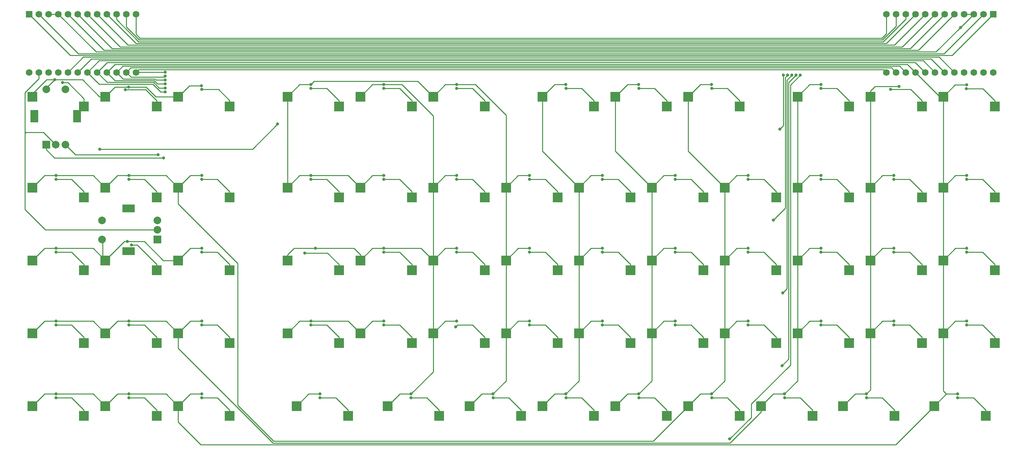
<source format=gtl>
G04 #@! TF.GenerationSoftware,KiCad,Pcbnew,(5.1.10)-1*
G04 #@! TF.CreationDate,2022-01-11T02:36:13-06:00*
G04 #@! TF.ProjectId,O'Shambles,4f275368-616d-4626-9c65-732e6b696361,rev?*
G04 #@! TF.SameCoordinates,Original*
G04 #@! TF.FileFunction,Copper,L1,Top*
G04 #@! TF.FilePolarity,Positive*
%FSLAX46Y46*%
G04 Gerber Fmt 4.6, Leading zero omitted, Abs format (unit mm)*
G04 Created by KiCad (PCBNEW (5.1.10)-1) date 2022-01-11 02:36:13*
%MOMM*%
%LPD*%
G01*
G04 APERTURE LIST*
G04 #@! TA.AperFunction,ComponentPad*
%ADD10R,2.000000X2.000000*%
G04 #@! TD*
G04 #@! TA.AperFunction,ComponentPad*
%ADD11C,2.000000*%
G04 #@! TD*
G04 #@! TA.AperFunction,WasherPad*
%ADD12R,2.000000X3.200000*%
G04 #@! TD*
G04 #@! TA.AperFunction,ComponentPad*
%ADD13R,1.752600X1.752600*%
G04 #@! TD*
G04 #@! TA.AperFunction,ComponentPad*
%ADD14C,1.752600*%
G04 #@! TD*
G04 #@! TA.AperFunction,SMDPad,CuDef*
%ADD15R,2.550000X2.500000*%
G04 #@! TD*
G04 #@! TA.AperFunction,WasherPad*
%ADD16R,3.200000X2.000000*%
G04 #@! TD*
G04 #@! TA.AperFunction,ViaPad*
%ADD17C,0.800000*%
G04 #@! TD*
G04 #@! TA.AperFunction,Conductor*
%ADD18C,0.250000*%
G04 #@! TD*
G04 APERTURE END LIST*
D10*
X27050000Y-71587500D03*
D11*
X29550000Y-71587500D03*
X32050000Y-71587500D03*
D12*
X23950000Y-64087500D03*
X35150000Y-64087500D03*
D11*
X27050000Y-57087500D03*
X32050000Y-57087500D03*
D13*
X274645000Y-37417500D03*
D14*
X272105000Y-37417500D03*
X269565000Y-37417500D03*
X267025000Y-37417500D03*
X264485000Y-37417500D03*
X261945000Y-37417500D03*
X259405000Y-37417500D03*
X256865000Y-37417500D03*
X254325000Y-37417500D03*
X251785000Y-37417500D03*
X249245000Y-37417500D03*
X246705000Y-52657500D03*
X249245000Y-52657500D03*
X251785000Y-52657500D03*
X254325000Y-52657500D03*
X256865000Y-52657500D03*
X259405000Y-52657500D03*
X261945000Y-52657500D03*
X264485000Y-52657500D03*
X267025000Y-52657500D03*
X269565000Y-52657500D03*
X272105000Y-52657500D03*
X246705000Y-37417500D03*
X274645000Y-52657500D03*
X22580000Y-52657500D03*
X50520000Y-37417500D03*
X25120000Y-52657500D03*
X27660000Y-52657500D03*
X30200000Y-52657500D03*
X32740000Y-52657500D03*
X35280000Y-52657500D03*
X37820000Y-52657500D03*
X40360000Y-52657500D03*
X42900000Y-52657500D03*
X45440000Y-52657500D03*
X47980000Y-52657500D03*
X50520000Y-52657500D03*
X47980000Y-37417500D03*
X45440000Y-37417500D03*
X42900000Y-37417500D03*
X40360000Y-37417500D03*
X37820000Y-37417500D03*
X35280000Y-37417500D03*
X32740000Y-37417500D03*
X30200000Y-37417500D03*
X27660000Y-37417500D03*
X25120000Y-37417500D03*
D13*
X22580000Y-37417500D03*
D15*
X261585000Y-59007500D03*
X275035000Y-61547500D03*
X242535000Y-59007500D03*
X255985000Y-61547500D03*
X23460000Y-101870000D03*
X36910000Y-104410000D03*
D10*
X56100000Y-96355000D03*
D11*
X56100000Y-93855000D03*
X56100000Y-91355000D03*
D16*
X48600000Y-99455000D03*
X48600000Y-88255000D03*
D11*
X41600000Y-96355000D03*
X41600000Y-91355000D03*
D15*
X23460000Y-139970000D03*
X36910000Y-142510000D03*
X272653750Y-142510000D03*
X259203750Y-139970000D03*
X248841250Y-142510000D03*
X235391250Y-139970000D03*
X227410000Y-142510000D03*
X213960000Y-139970000D03*
X208360000Y-142510000D03*
X194910000Y-139970000D03*
X189310000Y-142510000D03*
X175860000Y-139970000D03*
X170260000Y-142510000D03*
X156810000Y-139970000D03*
X151210000Y-142510000D03*
X137760000Y-139970000D03*
X129778750Y-142510000D03*
X116328750Y-139970000D03*
X105966250Y-142510000D03*
X92516250Y-139970000D03*
X75010000Y-142510000D03*
X61560000Y-139970000D03*
X55960000Y-142510000D03*
X42510000Y-139970000D03*
X261585000Y-120920000D03*
X275035000Y-123460000D03*
X242535000Y-120920000D03*
X255985000Y-123460000D03*
X223485000Y-120920000D03*
X236935000Y-123460000D03*
X204435000Y-120920000D03*
X217885000Y-123460000D03*
X185385000Y-120920000D03*
X198835000Y-123460000D03*
X166335000Y-120920000D03*
X179785000Y-123460000D03*
X147285000Y-120920000D03*
X160735000Y-123460000D03*
X128235000Y-120920000D03*
X141685000Y-123460000D03*
X109185000Y-120920000D03*
X122635000Y-123460000D03*
X90135000Y-120920000D03*
X103585000Y-123460000D03*
X61560000Y-120920000D03*
X75010000Y-123460000D03*
X42510000Y-120920000D03*
X55960000Y-123460000D03*
X23460000Y-120920000D03*
X36910000Y-123460000D03*
X261585000Y-101870000D03*
X275035000Y-104410000D03*
X242535000Y-101870000D03*
X255985000Y-104410000D03*
X223485000Y-101870000D03*
X236935000Y-104410000D03*
X204435000Y-101870000D03*
X217885000Y-104410000D03*
X185385000Y-101870000D03*
X198835000Y-104410000D03*
X166335000Y-101870000D03*
X179785000Y-104410000D03*
X147285000Y-101870000D03*
X160735000Y-104410000D03*
X128235000Y-101870000D03*
X141685000Y-104410000D03*
X109185000Y-101870000D03*
X122635000Y-104410000D03*
X90135000Y-101870000D03*
X103585000Y-104410000D03*
X61560000Y-101870000D03*
X75010000Y-104410000D03*
X42510000Y-101870000D03*
X55960000Y-104410000D03*
X261585000Y-82820000D03*
X275035000Y-85360000D03*
X242535000Y-82820000D03*
X255985000Y-85360000D03*
X223485000Y-82820000D03*
X236935000Y-85360000D03*
X204435000Y-82820000D03*
X217885000Y-85360000D03*
X185385000Y-82820000D03*
X198835000Y-85360000D03*
X166335000Y-82820000D03*
X179785000Y-85360000D03*
X147285000Y-82820000D03*
X160735000Y-85360000D03*
X128235000Y-82820000D03*
X141685000Y-85360000D03*
X109185000Y-82820000D03*
X122635000Y-85360000D03*
X90135000Y-82820000D03*
X103585000Y-85360000D03*
X61560000Y-82820000D03*
X75010000Y-85360000D03*
X42510000Y-82820000D03*
X55960000Y-85360000D03*
X23460000Y-82820000D03*
X36910000Y-85360000D03*
X223485000Y-59007500D03*
X236935000Y-61547500D03*
X194910000Y-59007500D03*
X208360000Y-61547500D03*
X175860000Y-59007500D03*
X189310000Y-61547500D03*
X156810000Y-59007500D03*
X170260000Y-61547500D03*
X128235000Y-59007500D03*
X141685000Y-61547500D03*
X109185000Y-59007500D03*
X122635000Y-61547500D03*
X90135000Y-59007500D03*
X103585000Y-61547500D03*
X61560000Y-59007500D03*
X75010000Y-61547500D03*
X42510000Y-59007500D03*
X55960000Y-61547500D03*
X23460000Y-59007500D03*
X36910000Y-61547500D03*
D17*
X41062500Y-72750000D03*
X87562500Y-66187500D03*
X47718750Y-57187500D03*
X67687116Y-57130583D03*
X218874957Y-67500000D03*
X219800000Y-53382510D03*
X96252253Y-56837253D03*
X115302253Y-56837253D03*
X217150000Y-91300000D03*
X220875000Y-53382510D03*
X134352253Y-56837253D03*
X162927253Y-56837253D03*
X181977253Y-56837253D03*
X201027253Y-56837253D03*
X229602253Y-56837253D03*
X247781260Y-57093740D03*
X267656242Y-56906250D03*
X48627253Y-80649753D03*
X67677253Y-80649753D03*
X96252253Y-80649753D03*
X115302253Y-80649753D03*
X134352253Y-80649753D03*
X153402253Y-80649753D03*
X172452253Y-80649753D03*
X191502253Y-80649753D03*
X210552253Y-80649753D03*
X229602253Y-80649753D03*
X248652253Y-80649753D03*
X267702253Y-80649753D03*
X29577253Y-99699753D03*
X67677253Y-99699753D03*
X94637340Y-99912660D03*
X115302253Y-99699753D03*
X134352253Y-99699753D03*
X153402253Y-99699753D03*
X172452253Y-99699753D03*
X191502253Y-99699753D03*
X210552253Y-99699753D03*
X229602253Y-99699753D03*
X248652253Y-99699753D03*
X267702253Y-99699753D03*
X48627253Y-118749753D03*
X67677253Y-118749753D03*
X96252253Y-118749753D03*
X115302253Y-118749753D03*
X134122383Y-119200011D03*
X153402253Y-118749753D03*
X172452253Y-118749753D03*
X191502253Y-118749753D03*
X210552253Y-118749753D03*
X229602253Y-118749753D03*
X248652253Y-118749753D03*
X267702253Y-118749753D03*
X29577253Y-137799753D03*
X48627253Y-137799753D03*
X67677253Y-137799753D03*
X98633503Y-137799753D03*
X122446003Y-137799753D03*
X143877253Y-137799753D03*
X162927253Y-137799753D03*
X181977253Y-137799753D03*
X201027253Y-137799753D03*
X220077253Y-137799753D03*
X241508503Y-137799753D03*
X265321003Y-137799753D03*
X115274998Y-55837500D03*
X115274998Y-98700000D03*
X122418748Y-136800000D03*
X134324998Y-79650000D03*
X134324998Y-98700000D03*
X134324998Y-117750000D03*
X97400004Y-98700000D03*
X58125000Y-53625000D03*
X96224998Y-55837500D03*
X134324998Y-55837500D03*
X143849998Y-136800000D03*
X153374998Y-79650000D03*
X153374998Y-98700000D03*
X153374998Y-117750000D03*
X96224998Y-79650000D03*
X115274998Y-79650000D03*
X58125004Y-52593750D03*
X96224998Y-117750000D03*
X98606248Y-136800000D03*
X115274998Y-117750000D03*
X162899998Y-136800000D03*
X162899998Y-55837500D03*
X172424998Y-79650000D03*
X172424998Y-98700000D03*
X172424998Y-117750000D03*
X58125000Y-54656250D03*
X181949998Y-55837500D03*
X191474998Y-79650000D03*
X191474998Y-98700000D03*
X191474998Y-117750000D03*
X181949998Y-136800000D03*
X67676409Y-98673589D03*
X29576409Y-98673589D03*
X58125000Y-57750000D03*
X200999998Y-55837500D03*
X210524998Y-79650000D03*
X210524998Y-98700000D03*
X210524998Y-117750000D03*
X200999998Y-136800000D03*
X48626409Y-79623589D03*
X67676409Y-79623589D03*
X229574998Y-55837500D03*
X229574998Y-79650000D03*
X229574998Y-98700000D03*
X229574998Y-117750000D03*
X220049998Y-136800000D03*
X67676409Y-117723589D03*
X48626409Y-117723589D03*
X29576409Y-117723589D03*
X58125000Y-56718750D03*
X248624998Y-79650000D03*
X248624998Y-98700000D03*
X248624998Y-117750000D03*
X241481248Y-136800000D03*
X67649998Y-56131260D03*
X48593042Y-56473514D03*
X250031250Y-56343750D03*
X267674998Y-79650000D03*
X267674998Y-98700000D03*
X267674998Y-117750000D03*
X265293748Y-136800000D03*
X67676409Y-136773589D03*
X48626409Y-136773589D03*
X29576409Y-136773589D03*
X267663967Y-55906267D03*
X58125000Y-55687496D03*
X29577253Y-118749753D03*
X219600000Y-110350000D03*
X222019734Y-53382510D03*
X219400000Y-129399982D03*
X223102551Y-53382510D03*
X205750000Y-148550000D03*
X224184678Y-53382510D03*
X266085000Y-40897500D03*
X29577253Y-80649753D03*
X48206574Y-96920098D03*
X29576409Y-79623589D03*
X29250000Y-54562500D03*
X57749992Y-75000000D03*
X56290001Y-74209999D03*
X49350000Y-97800000D03*
X31312500Y-55312500D03*
D18*
X81000000Y-72750000D02*
X87562500Y-66187500D01*
X41062500Y-72750000D02*
X81000000Y-72750000D01*
X40360000Y-37417500D02*
X48448674Y-45506174D01*
X48448674Y-45506174D02*
X248776326Y-45506174D01*
X248776326Y-45506174D02*
X256865000Y-37417500D01*
X47729774Y-57198524D02*
X47718750Y-57187500D01*
X55960000Y-61547500D02*
X55960000Y-60047500D01*
X53111024Y-57198524D02*
X47729774Y-57198524D01*
X55960000Y-60047500D02*
X53111024Y-57198524D01*
X72093083Y-57130583D02*
X67687116Y-57130583D01*
X75010000Y-60047500D02*
X72093083Y-57130583D01*
X75010000Y-61547500D02*
X75010000Y-60047500D01*
X218874957Y-67500000D02*
X219800000Y-66574957D01*
X219800000Y-66574957D02*
X219800000Y-53382510D01*
X103585000Y-61547500D02*
X103585000Y-60047500D01*
X100374753Y-56837253D02*
X96252253Y-56837253D01*
X103585000Y-60047500D02*
X100374753Y-56837253D01*
X122635000Y-61547500D02*
X122635000Y-60047500D01*
X119424753Y-56837253D02*
X115302253Y-56837253D01*
X122635000Y-60047500D02*
X119424753Y-56837253D01*
X50538663Y-45056163D02*
X42900000Y-37417500D01*
X254325000Y-37417500D02*
X246686337Y-45056163D01*
X246686337Y-45056163D02*
X50538663Y-45056163D01*
X220250011Y-54007499D02*
X220875000Y-53382510D01*
X217150000Y-91300000D02*
X220250011Y-88199989D01*
X220250011Y-88199989D02*
X220250011Y-54007499D01*
X141685000Y-61547500D02*
X141685000Y-60047500D01*
X138474753Y-56837253D02*
X134352253Y-56837253D01*
X141685000Y-60047500D02*
X138474753Y-56837253D01*
X170260000Y-61547500D02*
X170260000Y-60047500D01*
X167049753Y-56837253D02*
X162927253Y-56837253D01*
X170260000Y-60047500D02*
X167049753Y-56837253D01*
X189310000Y-61547500D02*
X189310000Y-60047500D01*
X186099753Y-56837253D02*
X181977253Y-56837253D01*
X189310000Y-60047500D02*
X186099753Y-56837253D01*
X208360000Y-61547500D02*
X208360000Y-60047500D01*
X205149753Y-56837253D02*
X201027253Y-56837253D01*
X208360000Y-60047500D02*
X205149753Y-56837253D01*
X236935000Y-61547500D02*
X236935000Y-60047500D01*
X233724753Y-56837253D02*
X229602253Y-56837253D01*
X236935000Y-60047500D02*
X233724753Y-56837253D01*
X255985000Y-60047500D02*
X253031240Y-57093740D01*
X253031240Y-57093740D02*
X247781260Y-57093740D01*
X255985000Y-61547500D02*
X255985000Y-60047500D01*
X275035000Y-61547500D02*
X275035000Y-60047500D01*
X275035000Y-60047500D02*
X271893750Y-56906250D01*
X271893750Y-56906250D02*
X267656242Y-56906250D01*
X55960000Y-85360000D02*
X55960000Y-83860000D01*
X52749753Y-80649753D02*
X48627253Y-80649753D01*
X55960000Y-83860000D02*
X52749753Y-80649753D01*
X75010000Y-85360000D02*
X75010000Y-83860000D01*
X71799753Y-80649753D02*
X67677253Y-80649753D01*
X75010000Y-83860000D02*
X71799753Y-80649753D01*
X103585000Y-85360000D02*
X103585000Y-83860000D01*
X100374753Y-80649753D02*
X96252253Y-80649753D01*
X103585000Y-83860000D02*
X100374753Y-80649753D01*
X119424753Y-80649753D02*
X115302253Y-80649753D01*
X122635000Y-83860000D02*
X119424753Y-80649753D01*
X122635000Y-85360000D02*
X122635000Y-83860000D01*
X141685000Y-85360000D02*
X141685000Y-83860000D01*
X138474753Y-80649753D02*
X134352253Y-80649753D01*
X141685000Y-83860000D02*
X138474753Y-80649753D01*
X160735000Y-85360000D02*
X160735000Y-83860000D01*
X157524753Y-80649753D02*
X153402253Y-80649753D01*
X160735000Y-83860000D02*
X157524753Y-80649753D01*
X179785000Y-85360000D02*
X179785000Y-83860000D01*
X176574753Y-80649753D02*
X172452253Y-80649753D01*
X179785000Y-83860000D02*
X176574753Y-80649753D01*
X198835000Y-85360000D02*
X198835000Y-83860000D01*
X195624753Y-80649753D02*
X191502253Y-80649753D01*
X198835000Y-83860000D02*
X195624753Y-80649753D01*
X217885000Y-85360000D02*
X217885000Y-83860000D01*
X214674753Y-80649753D02*
X210552253Y-80649753D01*
X217885000Y-83860000D02*
X214674753Y-80649753D01*
X236935000Y-85360000D02*
X236935000Y-83860000D01*
X233724753Y-80649753D02*
X229602253Y-80649753D01*
X236935000Y-83860000D02*
X233724753Y-80649753D01*
X255985000Y-85360000D02*
X255985000Y-83860000D01*
X252774753Y-80649753D02*
X248652253Y-80649753D01*
X255985000Y-83860000D02*
X252774753Y-80649753D01*
X275035000Y-85360000D02*
X275035000Y-83860000D01*
X271824753Y-80649753D02*
X267702253Y-80649753D01*
X275035000Y-83860000D02*
X271824753Y-80649753D01*
X36910000Y-104410000D02*
X36910000Y-102910000D01*
X33699753Y-99699753D02*
X29577253Y-99699753D01*
X36910000Y-102910000D02*
X33699753Y-99699753D01*
X75010000Y-104410000D02*
X75010000Y-102910000D01*
X71799753Y-99699753D02*
X67677253Y-99699753D01*
X75010000Y-102910000D02*
X71799753Y-99699753D01*
X103585000Y-102910000D02*
X100587660Y-99912660D01*
X103585000Y-104410000D02*
X103585000Y-102910000D01*
X100587660Y-99912660D02*
X94637340Y-99912660D01*
X122635000Y-104410000D02*
X122635000Y-102910000D01*
X119424753Y-99699753D02*
X115302253Y-99699753D01*
X122635000Y-102910000D02*
X119424753Y-99699753D01*
X141685000Y-104410000D02*
X141685000Y-102910000D01*
X138474753Y-99699753D02*
X134352253Y-99699753D01*
X141685000Y-102910000D02*
X138474753Y-99699753D01*
X160735000Y-104410000D02*
X160735000Y-102910000D01*
X157524753Y-99699753D02*
X153402253Y-99699753D01*
X160735000Y-102910000D02*
X157524753Y-99699753D01*
X179785000Y-104410000D02*
X179785000Y-102910000D01*
X176574753Y-99699753D02*
X172452253Y-99699753D01*
X179785000Y-102910000D02*
X176574753Y-99699753D01*
X198835000Y-104410000D02*
X198835000Y-102910000D01*
X195624753Y-99699753D02*
X191502253Y-99699753D01*
X198835000Y-102910000D02*
X195624753Y-99699753D01*
X217885000Y-104410000D02*
X217885000Y-102910000D01*
X214674753Y-99699753D02*
X210552253Y-99699753D01*
X217885000Y-102910000D02*
X214674753Y-99699753D01*
X236935000Y-104410000D02*
X236935000Y-102910000D01*
X233724753Y-99699753D02*
X229602253Y-99699753D01*
X236935000Y-102910000D02*
X233724753Y-99699753D01*
X255985000Y-104410000D02*
X255985000Y-102910000D01*
X252774753Y-99699753D02*
X248652253Y-99699753D01*
X255985000Y-102910000D02*
X252774753Y-99699753D01*
X275035000Y-104410000D02*
X275035000Y-102910000D01*
X271824753Y-99699753D02*
X267702253Y-99699753D01*
X275035000Y-102910000D02*
X271824753Y-99699753D01*
X55960000Y-123460000D02*
X55960000Y-121960000D01*
X52749753Y-118749753D02*
X48627253Y-118749753D01*
X55960000Y-121960000D02*
X52749753Y-118749753D01*
X75010000Y-123460000D02*
X75010000Y-121960000D01*
X71799753Y-118749753D02*
X67677253Y-118749753D01*
X75010000Y-121960000D02*
X71799753Y-118749753D01*
X103585000Y-123460000D02*
X103585000Y-121960000D01*
X100374753Y-118749753D02*
X96252253Y-118749753D01*
X103585000Y-121960000D02*
X100374753Y-118749753D01*
X122635000Y-123460000D02*
X122635000Y-121960000D01*
X119424753Y-118749753D02*
X115302253Y-118749753D01*
X122635000Y-121960000D02*
X119424753Y-118749753D01*
X138474753Y-118749753D02*
X134572641Y-118749753D01*
X134572641Y-118749753D02*
X134122383Y-119200011D01*
X141685000Y-123460000D02*
X141685000Y-121960000D01*
X141685000Y-121960000D02*
X138474753Y-118749753D01*
X160735000Y-123460000D02*
X160735000Y-121960000D01*
X157524753Y-118749753D02*
X153402253Y-118749753D01*
X160735000Y-121960000D02*
X157524753Y-118749753D01*
X179785000Y-123460000D02*
X179785000Y-121960000D01*
X176574753Y-118749753D02*
X172452253Y-118749753D01*
X179785000Y-121960000D02*
X176574753Y-118749753D01*
X198835000Y-123460000D02*
X198835000Y-121960000D01*
X195624753Y-118749753D02*
X191502253Y-118749753D01*
X198835000Y-121960000D02*
X195624753Y-118749753D01*
X217885000Y-123460000D02*
X217885000Y-121960000D01*
X214674753Y-118749753D02*
X210552253Y-118749753D01*
X217885000Y-121960000D02*
X214674753Y-118749753D01*
X236935000Y-123460000D02*
X236935000Y-121960000D01*
X233724753Y-118749753D02*
X229602253Y-118749753D01*
X236935000Y-121960000D02*
X233724753Y-118749753D01*
X255985000Y-123460000D02*
X255985000Y-121960000D01*
X252774753Y-118749753D02*
X248652253Y-118749753D01*
X255985000Y-121960000D02*
X252774753Y-118749753D01*
X275035000Y-123460000D02*
X275035000Y-121960000D01*
X271824753Y-118749753D02*
X267702253Y-118749753D01*
X275035000Y-121960000D02*
X271824753Y-118749753D01*
X36910000Y-142510000D02*
X36910000Y-141010000D01*
X33699753Y-137799753D02*
X29577253Y-137799753D01*
X36910000Y-141010000D02*
X33699753Y-137799753D01*
X55960000Y-142510000D02*
X55960000Y-141010000D01*
X52749753Y-137799753D02*
X48627253Y-137799753D01*
X55960000Y-141010000D02*
X52749753Y-137799753D01*
X75010000Y-142510000D02*
X75010000Y-141010000D01*
X71799753Y-137799753D02*
X67677253Y-137799753D01*
X75010000Y-141010000D02*
X71799753Y-137799753D01*
X105966250Y-142510000D02*
X105966250Y-141010000D01*
X102756003Y-137799753D02*
X98633503Y-137799753D01*
X105966250Y-141010000D02*
X102756003Y-137799753D01*
X129778750Y-142510000D02*
X129778750Y-141010000D01*
X126568503Y-137799753D02*
X122446003Y-137799753D01*
X129778750Y-141010000D02*
X126568503Y-137799753D01*
X151210000Y-142510000D02*
X151210000Y-141010000D01*
X147999753Y-137799753D02*
X143877253Y-137799753D01*
X151210000Y-141010000D02*
X147999753Y-137799753D01*
X170260000Y-142510000D02*
X170260000Y-141010000D01*
X167049753Y-137799753D02*
X162927253Y-137799753D01*
X170260000Y-141010000D02*
X167049753Y-137799753D01*
X189310000Y-142510000D02*
X189310000Y-141010000D01*
X186099753Y-137799753D02*
X181977253Y-137799753D01*
X189310000Y-141010000D02*
X186099753Y-137799753D01*
X208360000Y-142510000D02*
X208360000Y-141010000D01*
X205149753Y-137799753D02*
X201027253Y-137799753D01*
X208360000Y-141010000D02*
X205149753Y-137799753D01*
X227410000Y-142510000D02*
X227410000Y-141010000D01*
X224199753Y-137799753D02*
X220077253Y-137799753D01*
X227410000Y-141010000D02*
X224199753Y-137799753D01*
X248841250Y-142510000D02*
X248841250Y-141010000D01*
X245631003Y-137799753D02*
X241508503Y-137799753D01*
X248841250Y-141010000D02*
X245631003Y-137799753D01*
X272653750Y-142510000D02*
X272653750Y-141010000D01*
X269443503Y-137799753D02*
X265321003Y-137799753D01*
X272653750Y-141010000D02*
X269443503Y-137799753D01*
X112355000Y-55837500D02*
X115274998Y-55837500D01*
X112355000Y-98700000D02*
X115274998Y-98700000D01*
X119498750Y-136800000D02*
X122418748Y-136800000D01*
X109185000Y-59007500D02*
X112355000Y-55837500D01*
X109185000Y-101870000D02*
X112355000Y-98700000D01*
X116328750Y-139970000D02*
X119498750Y-136800000D01*
X122140998Y-136800000D02*
X122418748Y-136800000D01*
X131405000Y-79650000D02*
X134324998Y-79650000D01*
X131405000Y-98700000D02*
X134324998Y-98700000D01*
X131405000Y-117750000D02*
X134324998Y-117750000D01*
X128235000Y-82820000D02*
X131405000Y-79650000D01*
X128235000Y-101870000D02*
X131405000Y-98700000D01*
X128235000Y-120920000D02*
X131405000Y-117750000D01*
X125065000Y-98700000D02*
X128235000Y-101870000D01*
X115274998Y-98700000D02*
X125065000Y-98700000D01*
X128235000Y-120283590D02*
X128048600Y-120469990D01*
X128235000Y-101870000D02*
X128235000Y-120283590D01*
X128235000Y-101870000D02*
X128235000Y-82820000D01*
X120035002Y-55837500D02*
X115274998Y-55837500D01*
X128235000Y-82820000D02*
X128235000Y-64037498D01*
X128235000Y-64037498D02*
X120035002Y-55837500D01*
X128235000Y-130983748D02*
X122418748Y-136800000D01*
X128235000Y-120920000D02*
X128235000Y-130983748D01*
X109185000Y-101870000D02*
X109185000Y-100370000D01*
X91805000Y-98700000D02*
X97400004Y-98700000D01*
X90135000Y-100370000D02*
X91805000Y-98700000D01*
X90135000Y-101870000D02*
X90135000Y-100370000D01*
X107515000Y-98700000D02*
X97400004Y-98700000D01*
X109185000Y-100370000D02*
X107515000Y-98700000D01*
X248043699Y-51456199D02*
X249245000Y-52657500D01*
X49181301Y-51456199D02*
X248043699Y-51456199D01*
X47980000Y-52657500D02*
X49181301Y-51456199D01*
X49228750Y-53906250D02*
X47980000Y-52657500D01*
X57843750Y-53906250D02*
X49228750Y-53906250D01*
X58125000Y-53625000D02*
X57843750Y-53906250D01*
X93305000Y-55837500D02*
X96224998Y-55837500D01*
X90135000Y-59007500D02*
X93305000Y-55837500D01*
X131405000Y-55837500D02*
X134324998Y-55837500D01*
X140930000Y-136800000D02*
X143849998Y-136800000D01*
X128235000Y-59007500D02*
X131405000Y-55837500D01*
X137760000Y-139970000D02*
X140930000Y-136800000D01*
X90135000Y-82820000D02*
X90135000Y-59007500D01*
X96224998Y-55837500D02*
X97100000Y-54962498D01*
X124189998Y-54962498D02*
X128235000Y-59007500D01*
X97100000Y-54962498D02*
X124189998Y-54962498D01*
X147285000Y-82183590D02*
X147098600Y-82369990D01*
X147285000Y-63885000D02*
X147285000Y-82183590D01*
X139237500Y-55837500D02*
X147285000Y-63885000D01*
X134324998Y-55837500D02*
X139237500Y-55837500D01*
X150455000Y-79650000D02*
X153374998Y-79650000D01*
X150455000Y-98700000D02*
X153374998Y-98700000D01*
X150455000Y-117750000D02*
X153374998Y-117750000D01*
X147285000Y-82820000D02*
X150455000Y-79650000D01*
X147285000Y-101870000D02*
X150455000Y-98700000D01*
X147285000Y-120920000D02*
X150455000Y-117750000D01*
X147285000Y-82820000D02*
X147285000Y-101870000D01*
X147285000Y-101870000D02*
X147285000Y-120920000D01*
X147285000Y-133364998D02*
X143849998Y-136800000D01*
X147285000Y-120920000D02*
X147285000Y-133364998D01*
X96224998Y-79650000D02*
X106015000Y-79650000D01*
X90135000Y-82820000D02*
X93305000Y-79650000D01*
X109185000Y-82820000D02*
X112355000Y-79650000D01*
X93305000Y-79650000D02*
X96224998Y-79650000D01*
X106015000Y-79650000D02*
X109185000Y-82820000D01*
X112355000Y-79650000D02*
X115274998Y-79650000D01*
X245953709Y-51906209D02*
X246705000Y-52657500D01*
X51271291Y-51906209D02*
X245953709Y-51906209D01*
X50520000Y-52657500D02*
X51271291Y-51906209D01*
X50583750Y-52593750D02*
X50520000Y-52657500D01*
X58125004Y-52593750D02*
X50583750Y-52593750D01*
X93305000Y-117750000D02*
X96224998Y-117750000D01*
X95686250Y-136800000D02*
X98606248Y-136800000D01*
X90135000Y-120920000D02*
X93305000Y-117750000D01*
X92516250Y-139970000D02*
X95686250Y-136800000D01*
X112355000Y-117750000D02*
X115274998Y-117750000D01*
X109185000Y-120920000D02*
X112355000Y-117750000D01*
X159980000Y-136800000D02*
X162899998Y-136800000D01*
X156810000Y-139970000D02*
X159980000Y-136800000D01*
X159980000Y-55837500D02*
X162899998Y-55837500D01*
X169505000Y-79650000D02*
X172424998Y-79650000D01*
X169505000Y-98700000D02*
X172424998Y-98700000D01*
X169505000Y-117750000D02*
X172424998Y-117750000D01*
X156810000Y-59007500D02*
X159980000Y-55837500D01*
X166335000Y-82820000D02*
X169505000Y-79650000D01*
X166335000Y-101870000D02*
X169505000Y-98700000D01*
X166335000Y-120920000D02*
X169505000Y-117750000D01*
X166335000Y-120920000D02*
X166335000Y-82820000D01*
X156810000Y-73295000D02*
X166335000Y-82820000D01*
X156810000Y-59007500D02*
X156810000Y-73295000D01*
X166335000Y-133364998D02*
X162899998Y-136800000D01*
X166335000Y-120920000D02*
X166335000Y-133364998D01*
X106015000Y-117750000D02*
X109185000Y-120920000D01*
X96224998Y-117750000D02*
X106015000Y-117750000D01*
X47091312Y-51006188D02*
X45440000Y-52657500D01*
X250133688Y-51006188D02*
X47091312Y-51006188D01*
X251785000Y-52657500D02*
X250133688Y-51006188D01*
X47138761Y-54356261D02*
X45440000Y-52657500D01*
X55481261Y-54356261D02*
X47138761Y-54356261D01*
X55781250Y-54656250D02*
X55481261Y-54356261D01*
X58125000Y-54656250D02*
X55781250Y-54656250D01*
X179030000Y-55837500D02*
X181949998Y-55837500D01*
X188555000Y-79650000D02*
X191474998Y-79650000D01*
X188555000Y-98700000D02*
X191474998Y-98700000D01*
X188555000Y-117750000D02*
X191474998Y-117750000D01*
X179030000Y-136800000D02*
X181949998Y-136800000D01*
X175860000Y-59007500D02*
X179030000Y-55837500D01*
X185385000Y-82820000D02*
X188555000Y-79650000D01*
X185385000Y-101870000D02*
X188555000Y-98700000D01*
X185385000Y-120920000D02*
X188555000Y-117750000D01*
X175860000Y-139970000D02*
X179030000Y-136800000D01*
X185385000Y-133364998D02*
X181949998Y-136800000D01*
X185385000Y-82820000D02*
X185385000Y-133364998D01*
X61560000Y-101870000D02*
X64756411Y-98673589D01*
X64756411Y-98673589D02*
X67676409Y-98673589D01*
X23460000Y-101870000D02*
X26656411Y-98673589D01*
X26656411Y-98673589D02*
X29576409Y-98673589D01*
X39313589Y-98673589D02*
X42510000Y-101870000D01*
X29576409Y-98673589D02*
X39313589Y-98673589D01*
X175860000Y-72584979D02*
X175860000Y-59007500D01*
X175860000Y-73295000D02*
X175860000Y-72584979D01*
X185385000Y-82820000D02*
X175860000Y-73295000D01*
X259405000Y-52657500D02*
X256341250Y-49593750D01*
X40883750Y-49593750D02*
X37820000Y-52657500D01*
X256341250Y-49593750D02*
X40883750Y-49593750D01*
X37820000Y-52657500D02*
X40868794Y-55706294D01*
X40868794Y-55706294D02*
X54902223Y-55706294D01*
X54902223Y-55706294D02*
X56945929Y-57750000D01*
X56945929Y-57750000D02*
X58125000Y-57750000D01*
X198080000Y-55837500D02*
X200999998Y-55837500D01*
X207605000Y-79650000D02*
X210524998Y-79650000D01*
X207605000Y-98700000D02*
X210524998Y-98700000D01*
X207605000Y-117750000D02*
X210524998Y-117750000D01*
X198080000Y-136800000D02*
X200999998Y-136800000D01*
X194910000Y-59007500D02*
X198080000Y-55837500D01*
X204435000Y-82820000D02*
X207605000Y-79650000D01*
X204435000Y-101870000D02*
X207605000Y-98700000D01*
X204435000Y-120920000D02*
X207605000Y-117750000D01*
X194910000Y-139970000D02*
X198080000Y-136800000D01*
X204435000Y-133364998D02*
X200999998Y-136800000D01*
X204435000Y-82820000D02*
X204435000Y-133364998D01*
X45706411Y-79623589D02*
X48626409Y-79623589D01*
X42510000Y-82820000D02*
X45706411Y-79623589D01*
X61560000Y-82820000D02*
X64756411Y-79623589D01*
X64756411Y-79623589D02*
X67676409Y-79623589D01*
X58363589Y-79623589D02*
X61560000Y-82820000D01*
X48626409Y-79623589D02*
X58363589Y-79623589D01*
X194910000Y-72970909D02*
X194910000Y-59007500D01*
X194910000Y-73295000D02*
X194910000Y-72970909D01*
X204435000Y-82820000D02*
X194910000Y-73295000D01*
X35280000Y-52657500D02*
X38812500Y-49125000D01*
X258412500Y-49125000D02*
X261945000Y-52657500D01*
X38812500Y-49125000D02*
X258412500Y-49125000D01*
X226655000Y-55837500D02*
X229574998Y-55837500D01*
X226655000Y-79650000D02*
X229574998Y-79650000D01*
X226655000Y-98700000D02*
X229574998Y-98700000D01*
X226655000Y-117750000D02*
X229574998Y-117750000D01*
X217130000Y-136800000D02*
X220049998Y-136800000D01*
X223485000Y-59007500D02*
X226655000Y-55837500D01*
X223485000Y-82820000D02*
X226655000Y-79650000D01*
X223485000Y-101870000D02*
X226655000Y-98700000D01*
X223485000Y-120920000D02*
X226655000Y-117750000D01*
X213960000Y-139970000D02*
X217130000Y-136800000D01*
X223485000Y-133364998D02*
X220049998Y-136800000D01*
X223485000Y-120920000D02*
X223485000Y-133364998D01*
X61560000Y-120920000D02*
X64756411Y-117723589D01*
X64756411Y-117723589D02*
X67676409Y-117723589D01*
X42510000Y-120920000D02*
X45706411Y-117723589D01*
X45706411Y-117723589D02*
X48626409Y-117723589D01*
X23460000Y-120920000D02*
X26656411Y-117723589D01*
X26656411Y-117723589D02*
X29576409Y-117723589D01*
X39313589Y-117723589D02*
X42510000Y-120920000D01*
X29576409Y-117723589D02*
X39313589Y-117723589D01*
X58363589Y-117723589D02*
X61560000Y-120920000D01*
X48626409Y-117723589D02*
X58363589Y-117723589D01*
X223485000Y-75389990D02*
X223500000Y-75374990D01*
X223485000Y-75359990D02*
X223500000Y-75374990D01*
X223485000Y-59007500D02*
X223485000Y-75359990D01*
X223485000Y-120920000D02*
X223485000Y-75389990D01*
X40360000Y-52657500D02*
X42955000Y-50062500D01*
X254270000Y-50062500D02*
X256865000Y-52657500D01*
X42955000Y-50062500D02*
X254270000Y-50062500D01*
X40360000Y-52657500D02*
X42958783Y-55256283D01*
X42958783Y-55256283D02*
X55088623Y-55256283D01*
X56551090Y-56718750D02*
X58125000Y-56718750D01*
X55088623Y-55256283D02*
X56551090Y-56718750D01*
X245705000Y-79650000D02*
X248624998Y-79650000D01*
X245705000Y-98700000D02*
X248624998Y-98700000D01*
X245705000Y-117750000D02*
X248624998Y-117750000D01*
X238561250Y-136800000D02*
X241481248Y-136800000D01*
X242535000Y-82820000D02*
X245705000Y-79650000D01*
X242535000Y-101870000D02*
X245705000Y-98700000D01*
X242535000Y-120920000D02*
X245705000Y-117750000D01*
X235391250Y-139970000D02*
X238561250Y-136800000D01*
X242535000Y-120920000D02*
X242535000Y-82820000D01*
X242535000Y-135746248D02*
X241481248Y-136800000D01*
X242535000Y-120920000D02*
X242535000Y-135746248D01*
X242535000Y-59007500D02*
X242535000Y-74735000D01*
X242535000Y-82820000D02*
X242535000Y-74735000D01*
X264485000Y-52657500D02*
X260483750Y-48656250D01*
X36741250Y-48656250D02*
X32740000Y-52657500D01*
X260483750Y-48656250D02*
X36741250Y-48656250D01*
X61560000Y-59007500D02*
X61585000Y-59007500D01*
X64461240Y-56131260D02*
X67649998Y-56131260D01*
X61585000Y-59007500D02*
X64461240Y-56131260D01*
X42510000Y-59007500D02*
X45055002Y-56462498D01*
X55726250Y-59007500D02*
X53192264Y-56473514D01*
X61560000Y-59007500D02*
X55726250Y-59007500D01*
X45055002Y-56462498D02*
X48582026Y-56462498D01*
X53192264Y-56473514D02*
X48593042Y-56473514D01*
X48582026Y-56462498D02*
X48593042Y-56473514D01*
X243698750Y-56343750D02*
X250031250Y-56343750D01*
X242535000Y-59007500D02*
X242535000Y-57507500D01*
X242535000Y-57507500D02*
X243698750Y-56343750D01*
X264755000Y-79650000D02*
X267674998Y-79650000D01*
X264755000Y-98700000D02*
X267674998Y-98700000D01*
X264755000Y-117750000D02*
X267674998Y-117750000D01*
X262373750Y-136800000D02*
X265293748Y-136800000D01*
X261585000Y-82820000D02*
X264755000Y-79650000D01*
X261585000Y-101870000D02*
X264755000Y-98700000D01*
X261585000Y-120920000D02*
X264755000Y-117750000D01*
X259203750Y-139970000D02*
X262373750Y-136800000D01*
X261585000Y-82820000D02*
X261585000Y-120920000D01*
X64756411Y-136773589D02*
X67676409Y-136773589D01*
X61560000Y-139970000D02*
X64756411Y-136773589D01*
X42510000Y-139970000D02*
X45706411Y-136773589D01*
X45706411Y-136773589D02*
X48626409Y-136773589D01*
X23460000Y-139970000D02*
X26656411Y-136773589D01*
X26656411Y-136773589D02*
X29576409Y-136773589D01*
X39313589Y-136773589D02*
X42510000Y-139970000D01*
X29576409Y-136773589D02*
X39313589Y-136773589D01*
X58363589Y-136773589D02*
X61560000Y-139970000D01*
X48626409Y-136773589D02*
X58363589Y-136773589D01*
X261585000Y-59007500D02*
X261585000Y-77215000D01*
X261585000Y-76815000D02*
X261585000Y-77215000D01*
X261585000Y-82820000D02*
X261585000Y-76815000D01*
X45001323Y-50556177D02*
X42900000Y-52657500D01*
X252223677Y-50556177D02*
X45001323Y-50556177D01*
X254325000Y-52657500D02*
X252223677Y-50556177D01*
X260675000Y-59007500D02*
X254325000Y-52657500D01*
X261585000Y-59007500D02*
X260675000Y-59007500D01*
X261585000Y-59007500D02*
X264686233Y-55906267D01*
X264686233Y-55906267D02*
X267663967Y-55906267D01*
X56156246Y-55687496D02*
X58125000Y-55687496D01*
X55275022Y-54806272D02*
X56156246Y-55687496D01*
X45048772Y-54806272D02*
X55275022Y-54806272D01*
X42900000Y-52657500D02*
X45048772Y-54806272D01*
X36910000Y-123460000D02*
X36910000Y-121960000D01*
X33699753Y-118749753D02*
X29577253Y-118749753D01*
X36910000Y-121960000D02*
X33699753Y-118749753D01*
X219600000Y-110350000D02*
X220700022Y-109249978D01*
X220700022Y-109249978D02*
X220700022Y-54702222D01*
X220700022Y-54702222D02*
X222019734Y-53382510D01*
X221150033Y-127649949D02*
X221150033Y-55335028D01*
X219400000Y-129399982D02*
X221150033Y-127649949D01*
X221150033Y-55335028D02*
X223102551Y-53382510D01*
X221600044Y-55967144D02*
X224184678Y-53382510D01*
X221600044Y-129219954D02*
X221600044Y-55967144D01*
X211400000Y-139419998D02*
X221600044Y-129219954D01*
X211400000Y-142900000D02*
X211400000Y-139419998D01*
X205750000Y-148550000D02*
X211400000Y-142900000D01*
X25120000Y-54286250D02*
X25031250Y-54375000D01*
X25120000Y-52657500D02*
X25120000Y-54286250D01*
X25125000Y-54281250D02*
X25031250Y-54375000D01*
X266085000Y-40897500D02*
X269565000Y-37417500D01*
X50520000Y-42645000D02*
X50520000Y-37417500D01*
X51581130Y-43706130D02*
X50520000Y-42645000D01*
X246705000Y-37417500D02*
X246705000Y-42513750D01*
X246705000Y-42513750D02*
X245512620Y-43706130D01*
X245512620Y-43706130D02*
X51581130Y-43706130D01*
X37820000Y-37417500D02*
X46358685Y-45956185D01*
X46358685Y-45956185D02*
X250866315Y-45956185D01*
X250866315Y-45956185D02*
X259405000Y-37417500D01*
X252956304Y-46406196D02*
X261945000Y-37417500D01*
X44268696Y-46406196D02*
X252956304Y-46406196D01*
X35280000Y-37417500D02*
X44268696Y-46406196D01*
X33699753Y-80649753D02*
X29577253Y-80649753D01*
X36910000Y-83860000D02*
X33699753Y-80649753D01*
X36910000Y-85360000D02*
X36910000Y-83860000D01*
X41850000Y-101210000D02*
X42510000Y-101870000D01*
X41850000Y-96603125D02*
X41850000Y-101210000D01*
X41600000Y-96353125D02*
X41850000Y-96603125D01*
X42510000Y-101870000D02*
X47459902Y-96920098D01*
X61560000Y-101870000D02*
X57670000Y-101870000D01*
X52720098Y-96920098D02*
X48206574Y-96920098D01*
X57670000Y-101870000D02*
X52720098Y-96920098D01*
X47459902Y-96920098D02*
X48206574Y-96920098D01*
X26656411Y-79623589D02*
X29576409Y-79623589D01*
X29576409Y-79623589D02*
X39313589Y-79623589D01*
X23460000Y-82820000D02*
X26656411Y-79623589D01*
X39313589Y-79623589D02*
X42510000Y-82820000D01*
X77100000Y-139713590D02*
X77100000Y-102600000D01*
X185730022Y-149149978D02*
X86536388Y-149149978D01*
X61560000Y-87060000D02*
X61560000Y-82820000D01*
X194910000Y-139970000D02*
X185730022Y-149149978D01*
X86536388Y-149149978D02*
X77100000Y-139713590D01*
X77100000Y-102600000D02*
X61560000Y-87060000D01*
X213960000Y-141470000D02*
X213960000Y-139970000D01*
X205830011Y-149599989D02*
X213960000Y-141470000D01*
X86349989Y-149599989D02*
X205830011Y-149599989D01*
X61560000Y-124810000D02*
X86349989Y-149599989D01*
X61560000Y-120920000D02*
X61560000Y-124810000D01*
X40985000Y-59007500D02*
X36540000Y-54562500D01*
X42510000Y-59007500D02*
X40985000Y-59007500D01*
X36540000Y-54562500D02*
X29250000Y-54562500D01*
X27187500Y-54562500D02*
X29250000Y-54562500D01*
X23460000Y-58290000D02*
X27187500Y-54562500D01*
X23460000Y-59007500D02*
X23460000Y-58290000D01*
X27050000Y-56762500D02*
X27050000Y-57087500D01*
X29250000Y-54562500D02*
X27050000Y-56762500D01*
X261585000Y-136011250D02*
X262373750Y-136800000D01*
X261585000Y-120920000D02*
X261585000Y-136011250D01*
X249123750Y-150050000D02*
X67450000Y-150050000D01*
X259203750Y-139970000D02*
X249123750Y-150050000D01*
X61560000Y-144160000D02*
X61560000Y-139970000D01*
X67450000Y-150050000D02*
X61560000Y-144160000D01*
X42178707Y-46856207D02*
X255046293Y-46856207D01*
X255046293Y-46856207D02*
X264485000Y-37417500D01*
X32740000Y-37417500D02*
X42178707Y-46856207D01*
X25120000Y-37417500D02*
X35458729Y-47756229D01*
X35458729Y-47756229D02*
X261766271Y-47756229D01*
X261766271Y-47756229D02*
X272105000Y-37417500D01*
X22580000Y-37417500D02*
X33368740Y-48206240D01*
X33368740Y-48206240D02*
X263856260Y-48206240D01*
X263856260Y-48206240D02*
X274645000Y-37417500D01*
X267025000Y-37417500D02*
X269565000Y-37417500D01*
X27660000Y-37417500D02*
X30200000Y-37417500D01*
X25031250Y-54375000D02*
X21468750Y-57937500D01*
X21468750Y-68156250D02*
X21468750Y-67218750D01*
X21468750Y-68625000D02*
X21703125Y-68390625D01*
X21703125Y-68390625D02*
X21468750Y-68156250D01*
X21468750Y-57937500D02*
X21468750Y-68625000D01*
X26353125Y-68390625D02*
X21703125Y-68390625D01*
X29550000Y-71587500D02*
X26353125Y-68390625D01*
X259676282Y-47306218D02*
X266085000Y-40897500D01*
X30200000Y-37417500D02*
X40088718Y-47306218D01*
X40088718Y-47306218D02*
X259676282Y-47306218D01*
X26853125Y-93853125D02*
X45771875Y-93853125D01*
X21468750Y-88468750D02*
X26853125Y-93853125D01*
X45771875Y-93853125D02*
X56100000Y-93853125D01*
X21468750Y-68625000D02*
X21468750Y-88468750D01*
X27050000Y-72837500D02*
X29212500Y-75000000D01*
X27050000Y-71587500D02*
X27050000Y-72837500D01*
X29212500Y-75000000D02*
X57749992Y-75000000D01*
X245699020Y-44156141D02*
X51394730Y-44156141D01*
X51394730Y-44156141D02*
X47980000Y-40741411D01*
X249245000Y-40610161D02*
X245699020Y-44156141D01*
X249245000Y-37417500D02*
X249245000Y-40610161D01*
X47980000Y-40741411D02*
X47980000Y-37417500D01*
X34672499Y-74209999D02*
X56290001Y-74209999D01*
X32050000Y-71587500D02*
X34672499Y-74209999D01*
X251785000Y-38706572D02*
X251785000Y-37417500D01*
X245885420Y-44606152D02*
X251785000Y-38706572D01*
X45440000Y-38837822D02*
X51208330Y-44606152D01*
X51208330Y-44606152D02*
X245885420Y-44606152D01*
X45440000Y-37417500D02*
X45440000Y-38837822D01*
X55960000Y-104410000D02*
X55960000Y-102910000D01*
X50850000Y-97800000D02*
X49350000Y-97800000D01*
X55960000Y-102910000D02*
X50850000Y-97800000D01*
X32718750Y-55312500D02*
X31312500Y-55312500D01*
X36910000Y-59503750D02*
X32718750Y-55312500D01*
X36910000Y-61547500D02*
X36910000Y-59503750D01*
M02*

</source>
